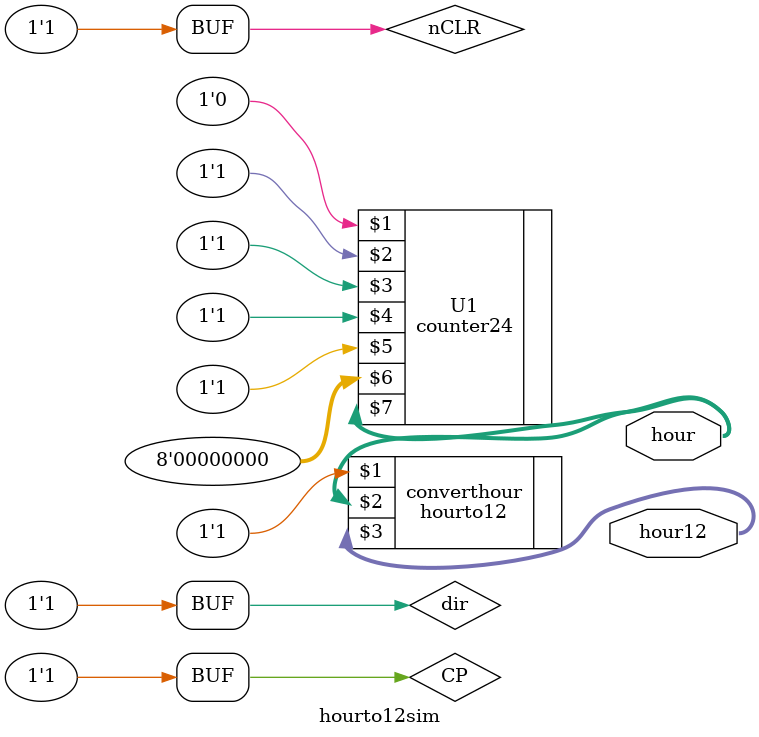
<source format=v>
`timescale 1ns / 1ps


module hourto12sim(
    output [7:0] hour,
    output [7:0] hour12
    );
    reg nCLR, CP, dir;
    counter24 U1(1'b0, 1'b1, dir, CP, nCLR, 8'b0, hour);
    hourto12 converthour(1'b1, hour, hour12);
    parameter PERIOD = 10;

   always begin
      CP = 1'b0;
      #(PERIOD/2) CP = 1'b1;
      #(PERIOD/2);
   end
   
   initial begin
   nCLR = 0;
   dir = 1;
   #10
   nCLR = 1;
   #1000;
   end
endmodule

</source>
